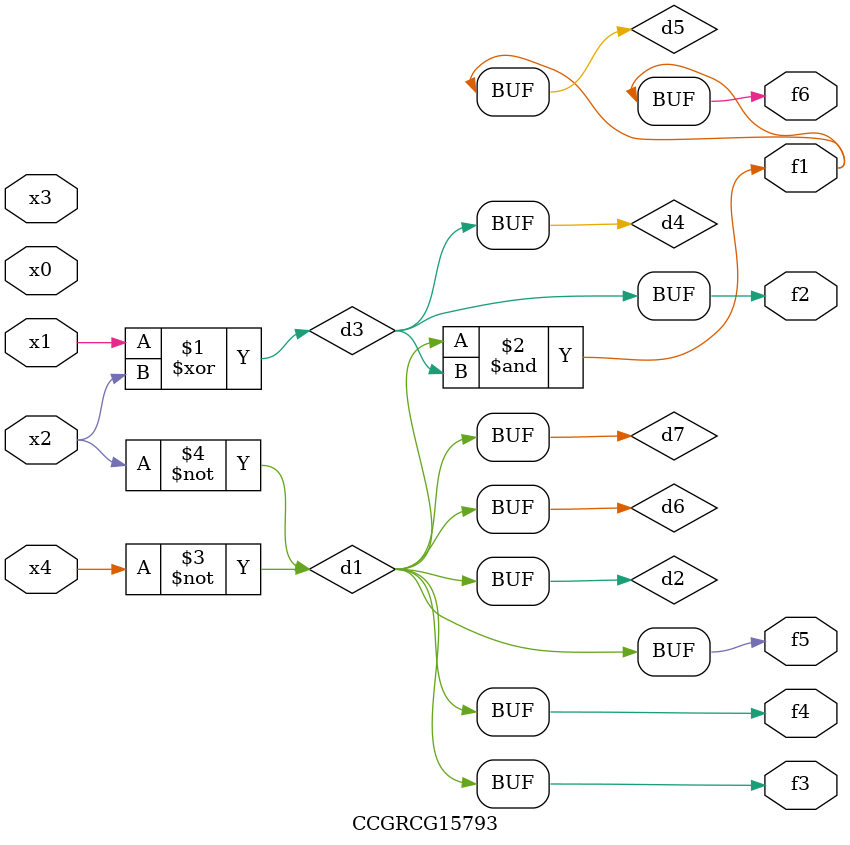
<source format=v>
module CCGRCG15793(
	input x0, x1, x2, x3, x4,
	output f1, f2, f3, f4, f5, f6
);

	wire d1, d2, d3, d4, d5, d6, d7;

	not (d1, x4);
	not (d2, x2);
	xor (d3, x1, x2);
	buf (d4, d3);
	and (d5, d1, d3);
	buf (d6, d1, d2);
	buf (d7, d2);
	assign f1 = d5;
	assign f2 = d4;
	assign f3 = d7;
	assign f4 = d7;
	assign f5 = d7;
	assign f6 = d5;
endmodule

</source>
